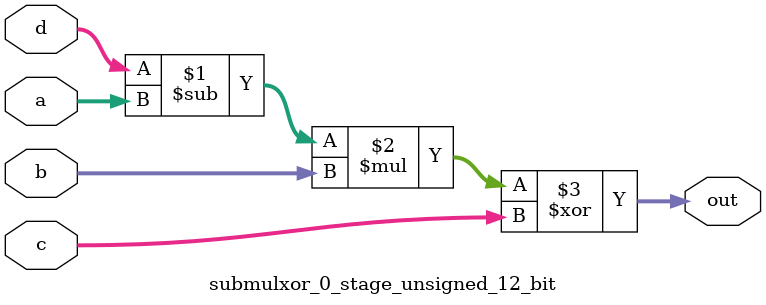
<source format=sv>
(* use_dsp = "yes" *) module submulxor_0_stage_unsigned_12_bit(
	input  [11:0] a,
	input  [11:0] b,
	input  [11:0] c,
	input  [11:0] d,
	output [11:0] out
	);

	assign out = ((d - a) * b) ^ c;
endmodule

</source>
